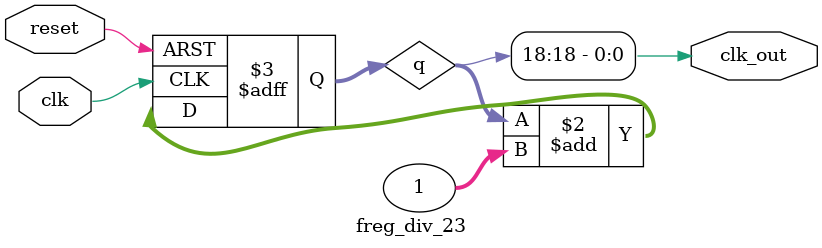
<source format=sv>
module freg_div_23(
	input clk, 
	input reset, 
	output logic clk_out
);

	logic [31:0] q;
	
	always @(posedge clk or posedge reset)
	begin
		if (reset)
			q <= 0;
		else
			q <= q + 1;
	end
	
	assign clk_out = q[18];

endmodule

</source>
